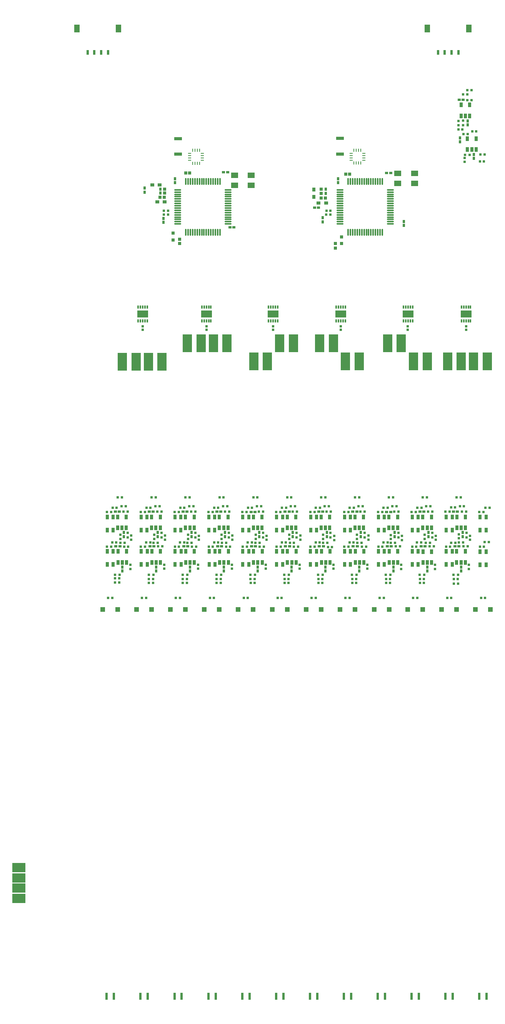
<source format=gbp>
G04 Layer_Color=16770453*
%FSLAX25Y25*%
%MOIN*%
G70*
G01*
G75*
%ADD10R,0.02441X0.02598*%
%ADD14R,0.02953X0.03937*%
%ADD15R,0.06299X0.04921*%
%ADD17R,0.01181X0.02559*%
%ADD18R,0.09764X0.06102*%
%ADD19O,0.06496X0.01181*%
%ADD20O,0.01181X0.06496*%
%ADD21O,0.00984X0.03150*%
%ADD22O,0.03150X0.00984*%
%ADD23R,0.02756X0.03937*%
%ADD24R,0.06693X0.03150*%
%ADD25R,0.04331X0.04331*%
%ADD26R,0.02165X0.02165*%
%ADD27R,0.02756X0.02953*%
%ADD28R,0.02953X0.02756*%
%ADD29R,0.02165X0.02165*%
%ADD30R,0.02200X0.02200*%
%ADD31R,0.02441X0.02441*%
%ADD32R,0.07874X0.15748*%
%ADD33R,0.02756X0.03740*%
%ADD34R,0.03740X0.02756*%
%ADD35R,0.03150X0.03150*%
%ADD37R,0.02598X0.02441*%
%ADD38R,0.02047X0.02205*%
%ADD39R,0.02520X0.02677*%
%ADD49R,0.02362X0.05906*%
%ADD63R,0.11800X0.07874*%
%ADD64R,0.02200X0.02200*%
%ADD65R,0.02677X0.02520*%
%ADD66R,0.04921X0.07087*%
%ADD67R,0.02400X0.04000*%
D10*
X232300Y780732D02*
D03*
Y777268D02*
D03*
X216100Y806932D02*
D03*
Y803468D02*
D03*
X242200Y811568D02*
D03*
Y815032D02*
D03*
X229835Y806071D02*
D03*
Y802606D02*
D03*
X383795Y811603D02*
D03*
Y815067D02*
D03*
X373053Y805901D02*
D03*
Y802437D02*
D03*
X370275Y781295D02*
D03*
Y777831D02*
D03*
X440600Y778164D02*
D03*
Y774700D02*
D03*
X489451Y850360D02*
D03*
Y846896D02*
D03*
X501375Y836042D02*
D03*
Y832578D02*
D03*
X496025Y865142D02*
D03*
Y861678D02*
D03*
X490250Y479132D02*
D03*
Y475668D02*
D03*
X460885Y479132D02*
D03*
Y475668D02*
D03*
X462075Y508892D02*
D03*
Y505428D02*
D03*
X431520Y479132D02*
D03*
Y475668D02*
D03*
X432725Y508942D02*
D03*
Y505478D02*
D03*
X402155Y479132D02*
D03*
Y475668D02*
D03*
X403425Y508942D02*
D03*
Y505478D02*
D03*
X372790Y479132D02*
D03*
Y475668D02*
D03*
X373975Y508942D02*
D03*
Y505478D02*
D03*
X343425Y479132D02*
D03*
Y475668D02*
D03*
X344475Y508942D02*
D03*
Y505478D02*
D03*
X314060Y479132D02*
D03*
Y475668D02*
D03*
X315425Y508942D02*
D03*
Y505478D02*
D03*
X284695Y479132D02*
D03*
Y475668D02*
D03*
X285825Y508942D02*
D03*
Y505478D02*
D03*
X255330Y479132D02*
D03*
Y475668D02*
D03*
X256790Y508932D02*
D03*
Y505468D02*
D03*
X225965Y479132D02*
D03*
Y475668D02*
D03*
X227420Y508932D02*
D03*
Y505468D02*
D03*
X196600Y479132D02*
D03*
Y475668D02*
D03*
X198050Y508932D02*
D03*
Y505468D02*
D03*
X491750Y508932D02*
D03*
Y505468D02*
D03*
D14*
X477418Y510984D02*
D03*
Y522402D02*
D03*
X482536D02*
D03*
Y510984D02*
D03*
X183515D02*
D03*
Y522402D02*
D03*
X188633D02*
D03*
Y510984D02*
D03*
X183610Y481260D02*
D03*
Y492677D02*
D03*
X188729D02*
D03*
Y481260D02*
D03*
X212905Y510984D02*
D03*
Y522402D02*
D03*
X218023D02*
D03*
Y510984D02*
D03*
X213074Y481263D02*
D03*
Y492680D02*
D03*
X218193D02*
D03*
Y481263D02*
D03*
X242296Y510984D02*
D03*
Y522402D02*
D03*
X247414D02*
D03*
Y510984D02*
D03*
X242491Y481250D02*
D03*
Y492667D02*
D03*
X247609D02*
D03*
Y481250D02*
D03*
X271686Y510984D02*
D03*
Y522402D02*
D03*
X276804D02*
D03*
Y510984D02*
D03*
X271884Y481257D02*
D03*
Y492674D02*
D03*
X277003D02*
D03*
Y481257D02*
D03*
X301076Y510984D02*
D03*
Y522402D02*
D03*
X306194D02*
D03*
Y510984D02*
D03*
X301076Y481252D02*
D03*
Y492669D02*
D03*
X306194D02*
D03*
Y481252D02*
D03*
X330467Y510984D02*
D03*
Y522402D02*
D03*
X335585D02*
D03*
Y510984D02*
D03*
X330395Y481253D02*
D03*
Y492670D02*
D03*
X335513D02*
D03*
Y481253D02*
D03*
X359857Y510984D02*
D03*
Y522402D02*
D03*
X364975D02*
D03*
Y510984D02*
D03*
X359804Y481257D02*
D03*
Y492674D02*
D03*
X364922D02*
D03*
Y481257D02*
D03*
X389247Y510984D02*
D03*
Y522402D02*
D03*
X394365D02*
D03*
Y510984D02*
D03*
X389214Y481257D02*
D03*
Y492674D02*
D03*
X394332D02*
D03*
Y481257D02*
D03*
X418637Y510984D02*
D03*
Y522402D02*
D03*
X423756D02*
D03*
Y510984D02*
D03*
X418604Y481261D02*
D03*
Y492678D02*
D03*
X423722D02*
D03*
Y481261D02*
D03*
X448028Y511084D02*
D03*
Y522502D02*
D03*
X453146D02*
D03*
Y511084D02*
D03*
X448036Y481250D02*
D03*
Y492667D02*
D03*
X453154D02*
D03*
Y481250D02*
D03*
X477418Y481269D02*
D03*
Y492687D02*
D03*
X482536D02*
D03*
Y481269D02*
D03*
X506727Y510984D02*
D03*
Y522402D02*
D03*
X511845D02*
D03*
Y510984D02*
D03*
X506727Y481069D02*
D03*
Y492487D02*
D03*
X511845D02*
D03*
Y481069D02*
D03*
D15*
X449858Y819691D02*
D03*
X435291D02*
D03*
Y811029D02*
D03*
X449858D02*
D03*
X308483Y818131D02*
D03*
X293917D02*
D03*
Y809469D02*
D03*
X308483D02*
D03*
D17*
X210509Y704092D02*
D03*
X212478D02*
D03*
X214446D02*
D03*
X216415D02*
D03*
X218384D02*
D03*
Y691888D02*
D03*
X216415D02*
D03*
X214446D02*
D03*
X212478D02*
D03*
X210509D02*
D03*
X265624Y704092D02*
D03*
X267593D02*
D03*
X269561D02*
D03*
X271530D02*
D03*
X273498D02*
D03*
Y691888D02*
D03*
X271530D02*
D03*
X269561D02*
D03*
X267593D02*
D03*
X265624D02*
D03*
X323374Y704092D02*
D03*
X325343D02*
D03*
X327311D02*
D03*
X329280D02*
D03*
X331248D02*
D03*
Y691888D02*
D03*
X329280D02*
D03*
X327311D02*
D03*
X325343D02*
D03*
X323374D02*
D03*
X382139Y704092D02*
D03*
X384108D02*
D03*
X386076D02*
D03*
X388045D02*
D03*
X390013D02*
D03*
Y691888D02*
D03*
X388045D02*
D03*
X386076D02*
D03*
X384108D02*
D03*
X382139D02*
D03*
X440359Y704092D02*
D03*
X442327D02*
D03*
X444296D02*
D03*
X446264D02*
D03*
X448233D02*
D03*
Y691888D02*
D03*
X446264D02*
D03*
X444296D02*
D03*
X442327D02*
D03*
X440359D02*
D03*
X490624Y704092D02*
D03*
X492593D02*
D03*
X494561D02*
D03*
X496530D02*
D03*
X498498D02*
D03*
Y691888D02*
D03*
X496530D02*
D03*
X494561D02*
D03*
X492593D02*
D03*
X490624D02*
D03*
D18*
X214446Y697990D02*
D03*
X269561D02*
D03*
X327311D02*
D03*
X386076D02*
D03*
X444296D02*
D03*
X494561D02*
D03*
D19*
X385251Y775936D02*
D03*
Y777905D02*
D03*
Y779873D02*
D03*
Y781842D02*
D03*
Y783810D02*
D03*
Y785779D02*
D03*
Y787747D02*
D03*
Y789716D02*
D03*
Y791684D02*
D03*
Y793653D02*
D03*
Y795621D02*
D03*
Y797590D02*
D03*
Y799558D02*
D03*
Y801527D02*
D03*
Y803495D02*
D03*
Y805464D02*
D03*
X429149D02*
D03*
Y803495D02*
D03*
Y801527D02*
D03*
Y799558D02*
D03*
Y797590D02*
D03*
Y795621D02*
D03*
Y793653D02*
D03*
Y791684D02*
D03*
Y789716D02*
D03*
Y787747D02*
D03*
Y785779D02*
D03*
Y783810D02*
D03*
Y781842D02*
D03*
Y779873D02*
D03*
Y777905D02*
D03*
Y775936D02*
D03*
X244551D02*
D03*
Y777905D02*
D03*
Y779873D02*
D03*
Y781842D02*
D03*
Y783810D02*
D03*
Y785779D02*
D03*
Y787747D02*
D03*
Y789716D02*
D03*
Y791684D02*
D03*
Y793653D02*
D03*
Y795621D02*
D03*
Y797590D02*
D03*
Y799558D02*
D03*
Y801527D02*
D03*
Y803495D02*
D03*
Y805464D02*
D03*
X288449D02*
D03*
Y803495D02*
D03*
Y801527D02*
D03*
Y799558D02*
D03*
Y797590D02*
D03*
Y795621D02*
D03*
Y793653D02*
D03*
Y791684D02*
D03*
Y789716D02*
D03*
Y787747D02*
D03*
Y785779D02*
D03*
Y783810D02*
D03*
Y781842D02*
D03*
Y779873D02*
D03*
Y777905D02*
D03*
Y775936D02*
D03*
D20*
X392436Y812649D02*
D03*
X394405D02*
D03*
X396373D02*
D03*
X398342D02*
D03*
X400310D02*
D03*
X402279D02*
D03*
X404247D02*
D03*
X406216D02*
D03*
X408184D02*
D03*
X410153D02*
D03*
X412121D02*
D03*
X414090D02*
D03*
X416058D02*
D03*
X418027D02*
D03*
X419995D02*
D03*
X421964D02*
D03*
Y768751D02*
D03*
X419995D02*
D03*
X418027D02*
D03*
X416058D02*
D03*
X414090D02*
D03*
X412121D02*
D03*
X410153D02*
D03*
X408184D02*
D03*
X406216D02*
D03*
X404247D02*
D03*
X402279D02*
D03*
X400310D02*
D03*
X398342D02*
D03*
X396373D02*
D03*
X394405D02*
D03*
X392436D02*
D03*
X251736Y812649D02*
D03*
X253705D02*
D03*
X255673D02*
D03*
X257642D02*
D03*
X259610D02*
D03*
X261579D02*
D03*
X263547D02*
D03*
X265516D02*
D03*
X267484D02*
D03*
X269453D02*
D03*
X271421D02*
D03*
X273390D02*
D03*
X275358D02*
D03*
X277327D02*
D03*
X279295D02*
D03*
X281264D02*
D03*
Y768751D02*
D03*
X279295D02*
D03*
X277327D02*
D03*
X275358D02*
D03*
X273390D02*
D03*
X271421D02*
D03*
X269453D02*
D03*
X267484D02*
D03*
X265516D02*
D03*
X263547D02*
D03*
X261579D02*
D03*
X259610D02*
D03*
X257642D02*
D03*
X255673D02*
D03*
X253705D02*
D03*
X251736D02*
D03*
D21*
X403373Y839582D02*
D03*
X401404D02*
D03*
X399436D02*
D03*
X397467D02*
D03*
Y828558D02*
D03*
X399436D02*
D03*
X401404D02*
D03*
X403373D02*
D03*
X263598Y839542D02*
D03*
X261629D02*
D03*
X259661D02*
D03*
X257692D02*
D03*
Y828518D02*
D03*
X259661D02*
D03*
X261629D02*
D03*
X263598D02*
D03*
D22*
X394908Y837023D02*
D03*
Y835054D02*
D03*
Y833086D02*
D03*
Y831117D02*
D03*
X405932D02*
D03*
Y833086D02*
D03*
Y835054D02*
D03*
Y837023D02*
D03*
X255133Y836983D02*
D03*
Y835014D02*
D03*
Y833046D02*
D03*
Y831077D02*
D03*
X266157D02*
D03*
Y833046D02*
D03*
Y835014D02*
D03*
Y836983D02*
D03*
D23*
X192693Y522313D02*
D03*
X200173D02*
D03*
X192693Y512864D02*
D03*
X196433D02*
D03*
X200173D02*
D03*
X192849Y492603D02*
D03*
X200329D02*
D03*
X192849Y483154D02*
D03*
X196589D02*
D03*
X200329D02*
D03*
X222073Y522313D02*
D03*
X229554D02*
D03*
X222073Y512864D02*
D03*
X225814D02*
D03*
X229554D02*
D03*
X222244Y492606D02*
D03*
X229725D02*
D03*
X222244Y483157D02*
D03*
X225985D02*
D03*
X229725D02*
D03*
X251454Y522313D02*
D03*
X258934D02*
D03*
X251454Y512864D02*
D03*
X255194D02*
D03*
X258934D02*
D03*
X251640Y492593D02*
D03*
X259120D02*
D03*
X251640Y483144D02*
D03*
X255380D02*
D03*
X259120D02*
D03*
X280835Y522313D02*
D03*
X288315D02*
D03*
X280835Y512864D02*
D03*
X284575D02*
D03*
X288315D02*
D03*
X281035Y492600D02*
D03*
X288515D02*
D03*
X281035Y483151D02*
D03*
X284775D02*
D03*
X288515D02*
D03*
X310216Y522313D02*
D03*
X317696D02*
D03*
X310216Y512864D02*
D03*
X313956D02*
D03*
X317696D02*
D03*
X310431Y492595D02*
D03*
X317911D02*
D03*
X310431Y483146D02*
D03*
X314171D02*
D03*
X317911D02*
D03*
X339596Y522313D02*
D03*
X347077D02*
D03*
X339596Y512864D02*
D03*
X343337D02*
D03*
X347077D02*
D03*
X339826Y492596D02*
D03*
X347306D02*
D03*
X339826Y483147D02*
D03*
X343566D02*
D03*
X347306D02*
D03*
X368977Y522313D02*
D03*
X376457D02*
D03*
X368977Y512864D02*
D03*
X372717D02*
D03*
X376457D02*
D03*
X369221Y492600D02*
D03*
X376701D02*
D03*
X369221Y483151D02*
D03*
X372961D02*
D03*
X376701D02*
D03*
X398358Y522313D02*
D03*
X405838D02*
D03*
X398358Y512864D02*
D03*
X402098D02*
D03*
X405838D02*
D03*
X398617Y492600D02*
D03*
X406097D02*
D03*
X398617Y483151D02*
D03*
X402357D02*
D03*
X406097D02*
D03*
X427739Y522313D02*
D03*
X435219D02*
D03*
X427739Y512864D02*
D03*
X431479D02*
D03*
X435219D02*
D03*
X428012Y492604D02*
D03*
X435492D02*
D03*
X428012Y483155D02*
D03*
X431752D02*
D03*
X435492D02*
D03*
X457119Y522313D02*
D03*
X464600D02*
D03*
X457119Y512864D02*
D03*
X460859D02*
D03*
X464600D02*
D03*
X457207Y492317D02*
D03*
X464687D02*
D03*
X457207Y482868D02*
D03*
X460947D02*
D03*
X464687D02*
D03*
X486510Y522313D02*
D03*
X493990D02*
D03*
X486510Y512864D02*
D03*
X490250D02*
D03*
X493990D02*
D03*
X486500Y492599D02*
D03*
X493980D02*
D03*
X486500Y483150D02*
D03*
X490240D02*
D03*
X493980D02*
D03*
X490235Y878884D02*
D03*
X497715D02*
D03*
X490235Y869436D02*
D03*
X493975D02*
D03*
X497715D02*
D03*
X495839Y849722D02*
D03*
X503319D02*
D03*
X495839Y840273D02*
D03*
X499579D02*
D03*
X503319D02*
D03*
D24*
X385501Y849888D02*
D03*
Y836502D02*
D03*
X245115Y849796D02*
D03*
Y836410D02*
D03*
D25*
X192666Y442418D02*
D03*
X179674D02*
D03*
X222040D02*
D03*
X209048D02*
D03*
X251414D02*
D03*
X238422D02*
D03*
X280788D02*
D03*
X267796D02*
D03*
X310162D02*
D03*
X297170D02*
D03*
X339537D02*
D03*
X326544D02*
D03*
X368911D02*
D03*
X355919D02*
D03*
X398285D02*
D03*
X385293D02*
D03*
X427959D02*
D03*
X414967D02*
D03*
X457091D02*
D03*
X444099D02*
D03*
X486473D02*
D03*
X473481D02*
D03*
X515782D02*
D03*
X502790D02*
D03*
D26*
X184398Y452515D02*
D03*
X187941D02*
D03*
X213772D02*
D03*
X217316D02*
D03*
X243146D02*
D03*
X246690D02*
D03*
X272521D02*
D03*
X276064D02*
D03*
X301895D02*
D03*
X305438D02*
D03*
X331269D02*
D03*
X334812D02*
D03*
X360643D02*
D03*
X364187D02*
D03*
X390017D02*
D03*
X393561D02*
D03*
X419691D02*
D03*
X423235D02*
D03*
X448823D02*
D03*
X452367D02*
D03*
X478205D02*
D03*
X481749D02*
D03*
X507514D02*
D03*
X511058D02*
D03*
X236207Y784005D02*
D03*
X232663D02*
D03*
X236267Y787255D02*
D03*
X232723D02*
D03*
X377009Y783869D02*
D03*
X373465D02*
D03*
X377068Y787255D02*
D03*
X373524D02*
D03*
X190428Y469250D02*
D03*
X193972D02*
D03*
X219778Y468750D02*
D03*
X223322D02*
D03*
X249128D02*
D03*
X252672D02*
D03*
X278478D02*
D03*
X282022D02*
D03*
X307828D02*
D03*
X311372D02*
D03*
X337178D02*
D03*
X340722D02*
D03*
X366528D02*
D03*
X370072D02*
D03*
X395878D02*
D03*
X399422D02*
D03*
X425228D02*
D03*
X428772D02*
D03*
X454578D02*
D03*
X458122D02*
D03*
X483928D02*
D03*
X487472D02*
D03*
X487953Y857810D02*
D03*
X491497D02*
D03*
X193972Y465800D02*
D03*
X190428D02*
D03*
X223327Y465260D02*
D03*
X219783D02*
D03*
X252682D02*
D03*
X249138D02*
D03*
X282037D02*
D03*
X278493D02*
D03*
X311392D02*
D03*
X307848D02*
D03*
X340747D02*
D03*
X337203D02*
D03*
X370102D02*
D03*
X366558D02*
D03*
X399457D02*
D03*
X395913D02*
D03*
X428812D02*
D03*
X425268D02*
D03*
X458167D02*
D03*
X454623D02*
D03*
X487522Y464800D02*
D03*
X483978D02*
D03*
X510147Y830160D02*
D03*
X506603D02*
D03*
X186853Y526769D02*
D03*
X183310D02*
D03*
X186971Y496769D02*
D03*
X183427D02*
D03*
X216202Y526769D02*
D03*
X212659D02*
D03*
X216358Y496769D02*
D03*
X212814D02*
D03*
X245551Y526769D02*
D03*
X242007D02*
D03*
X245745Y496769D02*
D03*
X242201D02*
D03*
X274899Y526769D02*
D03*
X271356D02*
D03*
X275132Y496769D02*
D03*
X271588D02*
D03*
X304248Y526769D02*
D03*
X300705D02*
D03*
X304519Y496769D02*
D03*
X300975D02*
D03*
X333698Y526776D02*
D03*
X330154D02*
D03*
X333905Y496769D02*
D03*
X330362D02*
D03*
X363218Y526776D02*
D03*
X359674D02*
D03*
X363292Y496769D02*
D03*
X359749D02*
D03*
X392515Y526714D02*
D03*
X388971D02*
D03*
X392679Y496769D02*
D03*
X389136D02*
D03*
X422007Y526787D02*
D03*
X418463D02*
D03*
X422066Y496769D02*
D03*
X418523D02*
D03*
X450991Y526769D02*
D03*
X447448D02*
D03*
X451453Y496769D02*
D03*
X447910D02*
D03*
X480372Y526950D02*
D03*
X476828D02*
D03*
X480840Y496769D02*
D03*
X477297D02*
D03*
X509651Y526788D02*
D03*
X506108D02*
D03*
X510116Y496788D02*
D03*
X506573D02*
D03*
X201278Y526869D02*
D03*
X197734D02*
D03*
X201823Y496772D02*
D03*
X198280D02*
D03*
X230601Y526869D02*
D03*
X227058D02*
D03*
X231249Y496888D02*
D03*
X227706D02*
D03*
X259925Y526869D02*
D03*
X256381D02*
D03*
X260698Y496806D02*
D03*
X257154D02*
D03*
X289248Y526869D02*
D03*
X285705D02*
D03*
X290072Y496660D02*
D03*
X286528D02*
D03*
X318571Y526869D02*
D03*
X315028D02*
D03*
X319377Y496805D02*
D03*
X315833D02*
D03*
X347895Y526869D02*
D03*
X344352D02*
D03*
X349020Y496630D02*
D03*
X345476D02*
D03*
X377218Y526869D02*
D03*
X373675D02*
D03*
X378463Y496498D02*
D03*
X374919D02*
D03*
X406542Y526869D02*
D03*
X402998D02*
D03*
X407872Y496675D02*
D03*
X404328D02*
D03*
X435865Y526869D02*
D03*
X432322D02*
D03*
X437198Y496888D02*
D03*
X433654D02*
D03*
X465188Y526869D02*
D03*
X461645D02*
D03*
X466619Y496888D02*
D03*
X463076D02*
D03*
X494512Y526869D02*
D03*
X490969D02*
D03*
X496040Y496888D02*
D03*
X492497D02*
D03*
X499178Y883152D02*
D03*
X495635D02*
D03*
X492403Y853810D02*
D03*
X495947D02*
D03*
X192770Y539495D02*
D03*
X196313D02*
D03*
X222140D02*
D03*
X225683D02*
D03*
X251509D02*
D03*
X255053D02*
D03*
X280879D02*
D03*
X284423D02*
D03*
X310249D02*
D03*
X313793D02*
D03*
X339619D02*
D03*
X343162D02*
D03*
X368989D02*
D03*
X372532D02*
D03*
X398359D02*
D03*
X401902D02*
D03*
X427729D02*
D03*
X431272D02*
D03*
X457099D02*
D03*
X460642D02*
D03*
X486469D02*
D03*
X490012D02*
D03*
X495703Y891610D02*
D03*
X499247D02*
D03*
X507103Y836110D02*
D03*
X510647D02*
D03*
X196015Y531588D02*
D03*
X199558D02*
D03*
X198522Y500150D02*
D03*
X194978D02*
D03*
X225343Y531588D02*
D03*
X228887D02*
D03*
X227347Y500150D02*
D03*
X223803D02*
D03*
X254671Y531588D02*
D03*
X258215D02*
D03*
X256697Y500150D02*
D03*
X253153D02*
D03*
X283999Y531588D02*
D03*
X287543D02*
D03*
X286647Y500160D02*
D03*
X283103D02*
D03*
X313328Y531588D02*
D03*
X316871D02*
D03*
X315647Y500160D02*
D03*
X312103D02*
D03*
X342656Y531588D02*
D03*
X346199D02*
D03*
X345447Y500160D02*
D03*
X341903D02*
D03*
X371984Y531588D02*
D03*
X375527D02*
D03*
X374297Y500160D02*
D03*
X370753D02*
D03*
X401312Y531588D02*
D03*
X404856D02*
D03*
X403947Y500160D02*
D03*
X400403D02*
D03*
X430641Y531588D02*
D03*
X434184D02*
D03*
X433047Y500160D02*
D03*
X429503D02*
D03*
X459969Y531588D02*
D03*
X463512D02*
D03*
X463297Y500160D02*
D03*
X459753D02*
D03*
X489297Y531588D02*
D03*
X492840D02*
D03*
X492022Y500200D02*
D03*
X488478D02*
D03*
X495674Y887873D02*
D03*
X492131D02*
D03*
X503497Y855910D02*
D03*
X499953D02*
D03*
D27*
X246200Y762670D02*
D03*
Y758930D02*
D03*
X381500Y758870D02*
D03*
Y755130D02*
D03*
D28*
X229314Y798901D02*
D03*
X233055D02*
D03*
X372842Y798333D02*
D03*
X369102D02*
D03*
D29*
X194850Y503478D02*
D03*
Y507022D02*
D03*
X224225Y503388D02*
D03*
Y506931D02*
D03*
X253575Y503438D02*
D03*
Y506982D02*
D03*
X282625Y503488D02*
D03*
Y507031D02*
D03*
X312230Y503488D02*
D03*
Y507031D02*
D03*
X341275Y503338D02*
D03*
Y506882D02*
D03*
X370775Y503338D02*
D03*
Y506882D02*
D03*
X400125Y503388D02*
D03*
Y506931D02*
D03*
X429275Y503238D02*
D03*
Y506781D02*
D03*
X458825Y503488D02*
D03*
Y507031D02*
D03*
X488300Y503878D02*
D03*
Y507422D02*
D03*
X493227Y833147D02*
D03*
Y829604D02*
D03*
X204350Y506372D02*
D03*
Y502828D02*
D03*
X233625Y506382D02*
D03*
Y502838D02*
D03*
X263090Y506182D02*
D03*
Y502638D02*
D03*
X292125Y506282D02*
D03*
Y502738D02*
D03*
X321675Y506182D02*
D03*
Y502638D02*
D03*
X350975Y506332D02*
D03*
Y502788D02*
D03*
X380275Y505932D02*
D03*
Y502388D02*
D03*
X409875Y506232D02*
D03*
Y502688D02*
D03*
X439075Y505982D02*
D03*
Y502438D02*
D03*
X468375Y506082D02*
D03*
Y502538D02*
D03*
X498050Y506122D02*
D03*
Y502578D02*
D03*
X487975Y864932D02*
D03*
Y861388D02*
D03*
X203600Y477428D02*
D03*
Y480972D02*
D03*
X232935Y477538D02*
D03*
Y481081D02*
D03*
X262270Y477538D02*
D03*
Y481081D02*
D03*
X291605Y477538D02*
D03*
Y481081D02*
D03*
X320940Y477538D02*
D03*
Y481081D02*
D03*
X350275Y477538D02*
D03*
Y481081D02*
D03*
X379610Y477538D02*
D03*
Y481081D02*
D03*
X408945Y477538D02*
D03*
Y481081D02*
D03*
X438280Y477428D02*
D03*
Y480972D02*
D03*
X467615Y477428D02*
D03*
Y480972D02*
D03*
X496950Y477428D02*
D03*
Y480972D02*
D03*
D30*
X194350Y472450D02*
D03*
X190350D02*
D03*
X223690Y472410D02*
D03*
X219690D02*
D03*
X253030D02*
D03*
X249030D02*
D03*
X282370D02*
D03*
X278370D02*
D03*
X311710D02*
D03*
X307710D02*
D03*
X341050D02*
D03*
X337050D02*
D03*
X370390Y472400D02*
D03*
X366390D02*
D03*
X399730D02*
D03*
X395730D02*
D03*
X429070D02*
D03*
X425070D02*
D03*
X458410D02*
D03*
X454410D02*
D03*
X487750D02*
D03*
X483750D02*
D03*
X497725Y835860D02*
D03*
X493725D02*
D03*
D31*
X188208Y530378D02*
D03*
X191752D02*
D03*
X187928Y500200D02*
D03*
X191472D02*
D03*
X217561Y530378D02*
D03*
X221104D02*
D03*
X217308Y500488D02*
D03*
X220851D02*
D03*
X246913Y530378D02*
D03*
X250456D02*
D03*
X246692Y500488D02*
D03*
X250236D02*
D03*
X276266Y530378D02*
D03*
X279809D02*
D03*
X276190Y500347D02*
D03*
X279733D02*
D03*
X305618Y530378D02*
D03*
X309161D02*
D03*
X305478Y500241D02*
D03*
X309022D02*
D03*
X335108Y530262D02*
D03*
X338652D02*
D03*
X334846Y500488D02*
D03*
X338389D02*
D03*
X364323Y530378D02*
D03*
X367866D02*
D03*
X364230Y500488D02*
D03*
X367774D02*
D03*
X393675Y530378D02*
D03*
X397218D02*
D03*
X393615Y500488D02*
D03*
X397158D02*
D03*
X423028Y530378D02*
D03*
X426571D02*
D03*
X422999Y500488D02*
D03*
X426543D02*
D03*
X452380Y530378D02*
D03*
X455923D02*
D03*
X452150Y500338D02*
D03*
X455694D02*
D03*
X481628Y530600D02*
D03*
X485172D02*
D03*
X481778Y500150D02*
D03*
X485322D02*
D03*
X511420Y530464D02*
D03*
X514964D02*
D03*
X510788Y500552D02*
D03*
X514332D02*
D03*
D32*
X231148Y656849D02*
D03*
X219337D02*
D03*
X287405Y672690D02*
D03*
X275594D02*
D03*
X344855D02*
D03*
X333044D02*
D03*
X401921Y656942D02*
D03*
X390109D02*
D03*
X460886D02*
D03*
X449075D02*
D03*
X512852D02*
D03*
X501041D02*
D03*
X208577Y656849D02*
D03*
X196766D02*
D03*
X264920Y672690D02*
D03*
X253109D02*
D03*
X322370Y656942D02*
D03*
X310559D02*
D03*
X379635Y672690D02*
D03*
X367824D02*
D03*
X438401D02*
D03*
X426590D02*
D03*
X490367Y656942D02*
D03*
X478556D02*
D03*
D33*
X362676Y799342D02*
D03*
Y805838D02*
D03*
D34*
X233479Y794987D02*
D03*
X226983D02*
D03*
X373212Y794002D02*
D03*
X366716D02*
D03*
X222652Y809800D02*
D03*
X229148D02*
D03*
D35*
X386600Y764853D02*
D03*
Y758947D02*
D03*
X240600Y767953D02*
D03*
Y762047D02*
D03*
D37*
X293432Y772900D02*
D03*
X289968D02*
D03*
X429296Y819936D02*
D03*
X425832D02*
D03*
X363371Y790151D02*
D03*
X366835D02*
D03*
X194110Y526969D02*
D03*
X190645D02*
D03*
X194641Y496869D02*
D03*
X191176D02*
D03*
X223449Y526969D02*
D03*
X219984D02*
D03*
X224017Y496869D02*
D03*
X220552D02*
D03*
X252788Y526969D02*
D03*
X249323D02*
D03*
X253393Y496869D02*
D03*
X249928D02*
D03*
X282127Y526969D02*
D03*
X278662D02*
D03*
X282769Y496869D02*
D03*
X279304D02*
D03*
X311686Y526839D02*
D03*
X308222D02*
D03*
X312145Y496869D02*
D03*
X308680D02*
D03*
X341277Y526981D02*
D03*
X337813D02*
D03*
X341521Y496869D02*
D03*
X338056D02*
D03*
X370455Y526981D02*
D03*
X366991D02*
D03*
X370897Y496869D02*
D03*
X367432D02*
D03*
X399919Y526945D02*
D03*
X396455D02*
D03*
X400273Y496869D02*
D03*
X396808D02*
D03*
X429201Y526763D02*
D03*
X425737D02*
D03*
X429649Y496869D02*
D03*
X426184D02*
D03*
X458162Y526969D02*
D03*
X454697D02*
D03*
X459025Y496869D02*
D03*
X455560D02*
D03*
X486982Y527100D02*
D03*
X483518D02*
D03*
X488401Y496869D02*
D03*
X484936D02*
D03*
X492153Y883252D02*
D03*
X488689D02*
D03*
X287877Y820535D02*
D03*
X284413D02*
D03*
D38*
X214259Y684305D02*
D03*
Y687376D02*
D03*
X269561Y684265D02*
D03*
Y687335D02*
D03*
X327411Y684265D02*
D03*
Y687335D02*
D03*
X386076Y684265D02*
D03*
Y687335D02*
D03*
X444101Y684265D02*
D03*
Y687335D02*
D03*
X494561Y684265D02*
D03*
Y687335D02*
D03*
D39*
X233340Y806046D02*
D03*
Y802581D02*
D03*
X369077Y805930D02*
D03*
Y802466D02*
D03*
D49*
X512398Y107744D02*
D03*
X506099D02*
D03*
X483039D02*
D03*
X476740D02*
D03*
X453680D02*
D03*
X447381D02*
D03*
X424321D02*
D03*
X418022D02*
D03*
X394962D02*
D03*
X388663D02*
D03*
X365603D02*
D03*
X359304D02*
D03*
X336244D02*
D03*
X329945D02*
D03*
X306885D02*
D03*
X300586D02*
D03*
X277526D02*
D03*
X271227D02*
D03*
X248167D02*
D03*
X241867D02*
D03*
X218808D02*
D03*
X212509D02*
D03*
X189449D02*
D03*
X183149D02*
D03*
D63*
X107000Y192350D02*
D03*
Y201267D02*
D03*
Y210183D02*
D03*
Y219100D02*
D03*
D64*
X201275Y508760D02*
D03*
Y504760D02*
D03*
X230525Y508760D02*
D03*
Y504760D02*
D03*
X259990Y508760D02*
D03*
Y504760D02*
D03*
X288975Y508860D02*
D03*
Y504860D02*
D03*
X318525Y508760D02*
D03*
Y504760D02*
D03*
X347575Y508710D02*
D03*
Y504710D02*
D03*
X377175Y508860D02*
D03*
Y504860D02*
D03*
X406575Y508760D02*
D03*
Y504760D02*
D03*
X435925Y508760D02*
D03*
Y504760D02*
D03*
X465275Y508760D02*
D03*
Y504760D02*
D03*
X494850Y508600D02*
D03*
Y504600D02*
D03*
X492025Y861310D02*
D03*
Y865310D02*
D03*
D65*
X390191Y819106D02*
D03*
X393655D02*
D03*
X251578Y819900D02*
D03*
X255042D02*
D03*
D66*
X461167Y944965D02*
D03*
X497033D02*
D03*
X157467D02*
D03*
X193333D02*
D03*
D67*
X470242Y924492D02*
D03*
X476147D02*
D03*
X482053D02*
D03*
X487958D02*
D03*
X166542D02*
D03*
X172447D02*
D03*
X178353D02*
D03*
X184258D02*
D03*
M02*

</source>
